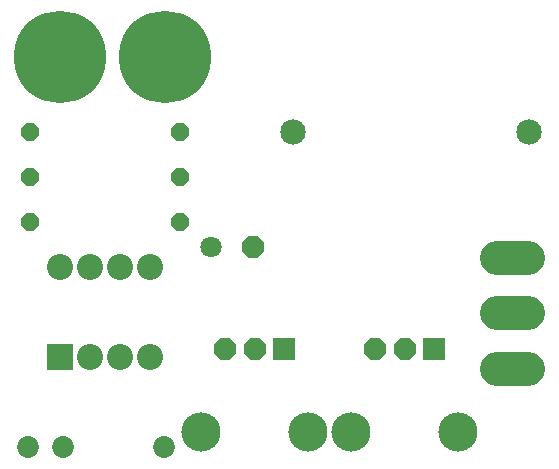
<source format=gbr>
G04 EAGLE Gerber RS-274X export*
G75*
%MOMM*%
%FSLAX34Y34*%
%LPD*%
%INSoldermask Top*%
%IPPOS*%
%AMOC8*
5,1,8,0,0,1.08239X$1,22.5*%
G01*
%ADD10C,2.153200*%
%ADD11P,1.951982X8X22.500000*%
%ADD12C,1.803400*%
%ADD13P,1.649562X8X22.500000*%
%ADD14R,2.203200X2.203200*%
%ADD15C,2.203200*%
%ADD16C,1.853200*%
%ADD17R,1.853200X1.853200*%
%ADD18P,2.005885X8X112.500000*%
%ADD19C,3.319200*%
%ADD20C,2.908300*%
%ADD21C,7.823200*%


D10*
X248700Y317500D03*
X448700Y317500D03*
D11*
X214630Y219710D03*
D12*
X179070Y219710D03*
D13*
X25400Y241300D03*
X152400Y241300D03*
D14*
X50800Y127000D03*
D15*
X76200Y127000D03*
X101600Y127000D03*
X127000Y127000D03*
X127000Y203200D03*
X101600Y203200D03*
X76200Y203200D03*
X50800Y203200D03*
D16*
X138900Y50800D03*
X53900Y50800D03*
X23900Y50800D03*
D17*
X367900Y133500D03*
D18*
X342900Y133500D03*
X317900Y133500D03*
D19*
X297900Y63500D03*
X387900Y63500D03*
D20*
X420815Y116840D02*
X447866Y116840D01*
X447866Y163830D02*
X420815Y163830D01*
X420815Y210820D02*
X447866Y210820D01*
D13*
X25400Y279400D03*
X152400Y279400D03*
X25400Y317500D03*
X152400Y317500D03*
D21*
X50800Y381000D03*
X139700Y381000D03*
D17*
X240900Y133500D03*
D18*
X215900Y133500D03*
X190900Y133500D03*
D19*
X170900Y63500D03*
X260900Y63500D03*
M02*

</source>
